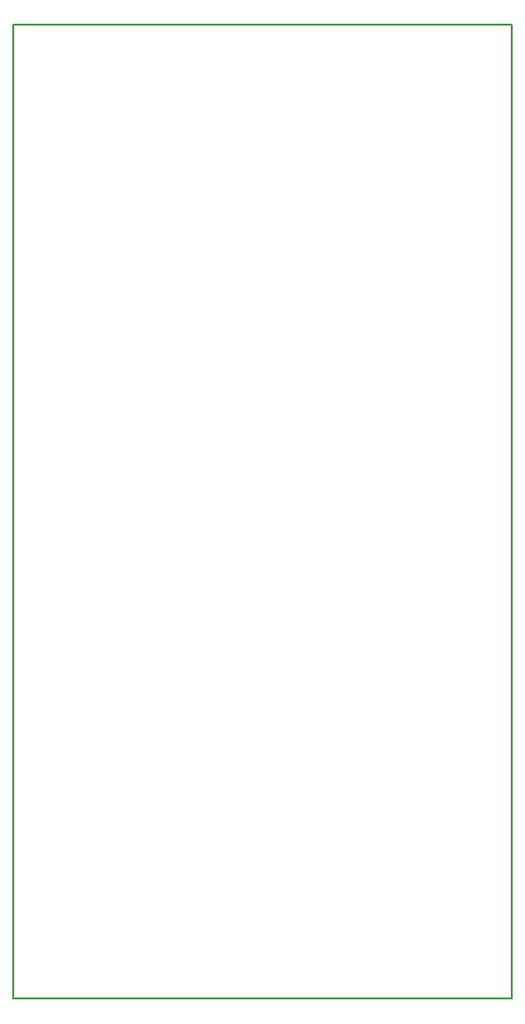
<source format=gko>
G04 (created by PCBNEW (2013-may-18)-stable) date Sat 04 Apr 2015 12:39:57 AM CEST*
%MOIN*%
G04 Gerber Fmt 3.4, Leading zero omitted, Abs format*
%FSLAX34Y34*%
G01*
G70*
G90*
G04 APERTURE LIST*
%ADD10C,0.00590551*%
G04 APERTURE END LIST*
G54D10*
X77244Y-61185D02*
X77244Y-61181D01*
X85685Y-61185D02*
X77244Y-61185D01*
X85681Y-61200D02*
X85681Y-61181D01*
X77244Y-26925D02*
X77244Y-61200D01*
X94822Y-26925D02*
X77244Y-26925D01*
X94822Y-61185D02*
X94822Y-26925D01*
X85688Y-61185D02*
X94822Y-61185D01*
M02*

</source>
